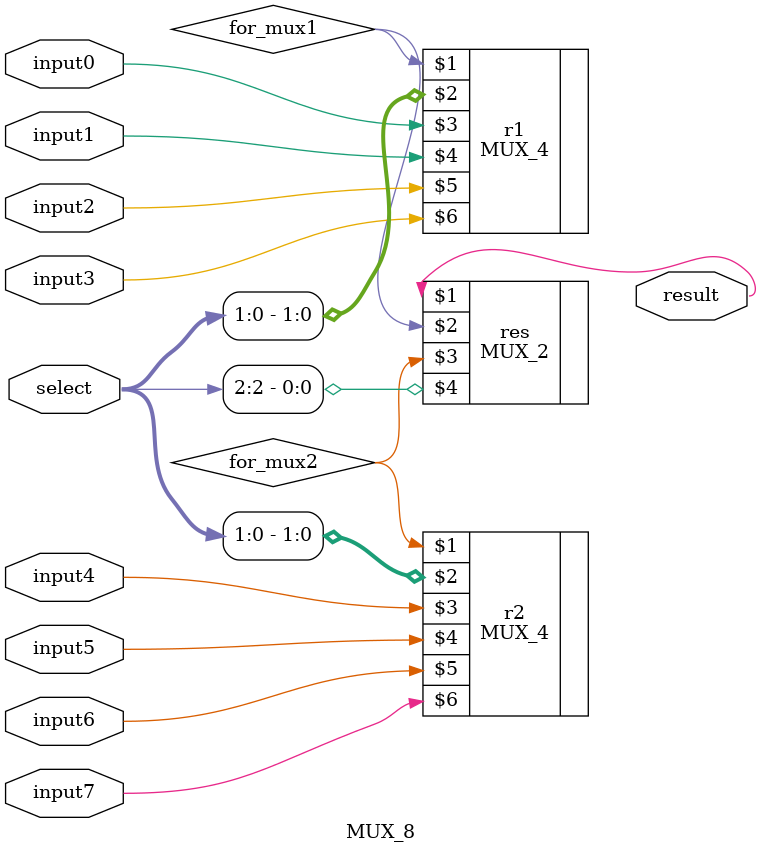
<source format=v>
module MUX_8(result,select,input0,input1,input2,input3,input4,input5,input6,input7);

input input0,input1,input2,input3,input4,input5,input6,input7;
input [2:0] select;
output result;
wire for_mux1,for_mux2;

MUX_4 r1(for_mux1, select[1:0], input0, input1, input2, input3);
MUX_4 r2(for_mux2, select[1:0], input4, input5, input6, input7);
MUX_2 res(result,for_mux1,for_mux2,select[2]);

endmodule

</source>
